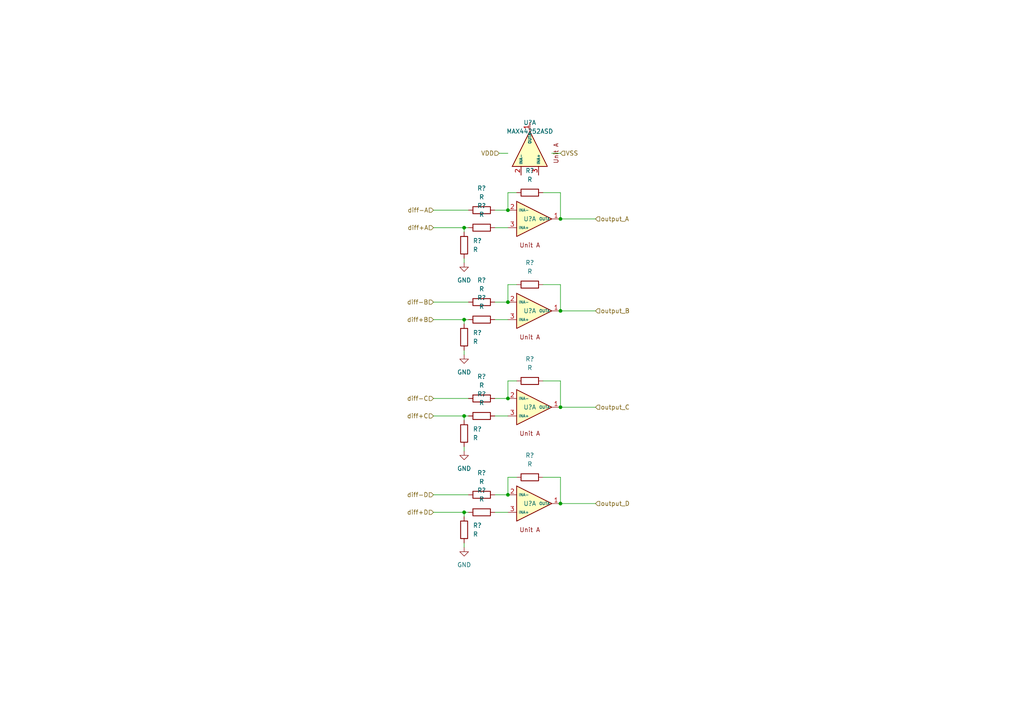
<source format=kicad_sch>
(kicad_sch (version 20210621) (generator eeschema)
  (paper "A4")
  (lib_symbols
    (symbol "Device:R" (pin_numbers hide) (pin_names (offset 0))
      (property "Reference" "R" (at 2.032 0 90))
      (property "Value" "R" (at 0 0 90))
      (symbol "R_0_1"
        (rectangle (start -1.016 -2.54) (end 1.016 2.54) (stroke (width 0.254)))
      )
      (symbol "R_1_1"
        (pin passive line (at 0 3.81 270) (length 1.27) (name "~") (number "1"))
        (pin passive line (at 0 -3.81 90) (length 1.27) (name "~") (number "2"))
      )
    )
    (symbol "MAX44252ASD_Custom:MAX44252ASD"
      (property "Reference" "U" (at 1.905 0 0))
      (property "Value" "MAX44252ASD" (at -11.43 0 0))
      (symbol "MAX44252ASD_1_1"
        (text "Unit A" (at 0 -7.62 0) (effects (font (size 1.27 1.27))))
        (polyline (pts (xy -3.81 5.08) (xy 6.35 0) (xy -3.81 -5.08) (xy -3.81 5.08)) (stroke (width 0.254)) (fill (type background)))
        (pin output line (at 8.89 0 180) (length 2.54) (name "OUTA") (number "1"))
        (pin input line (at -6.35 2.54 0) (length 2.54) (name "INA-") (number "2"))
        (pin input line (at -6.35 -2.54 0) (length 2.54) (name "INA+") (number "3"))
      )
      (symbol "MAX44252ASD_2_1"
        (text "Unit B" (at 0 -7.62 0) (effects (font (size 1.27 1.27))))
        (polyline (pts (xy -3.81 5.08) (xy 6.35 0) (xy -3.81 -5.08) (xy -3.81 5.08)) (stroke (width 0.254)) (fill (type background)))
        (pin input line (at -6.35 -2.54 0) (length 2.54) (name "INB+") (number "5"))
        (pin input line (at -6.35 2.54 0) (length 2.54) (name "INB-") (number "6"))
        (pin output line (at 8.89 0 180) (length 2.54) (name "OUTB") (number "7"))
      )
      (symbol "MAX44252ASD_3_1"
        (text "Unit C" (at 0 -7.62 0) (effects (font (size 1.27 1.27))))
        (polyline (pts (xy -3.81 5.08) (xy 6.35 0) (xy -3.81 -5.08) (xy -3.81 5.08)) (stroke (width 0.254)) (fill (type background)))
        (pin input line (at -6.35 -2.54 0) (length 2.54) (name "INC+") (number "10"))
        (pin output line (at 8.89 0 180) (length 2.54) (name "OUTC") (number "8"))
        (pin input line (at -6.35 2.54 0) (length 2.54) (name "INC-") (number "9"))
      )
      (symbol "MAX44252ASD_4_1"
        (text "Unit D" (at 0 -7.62 0) (effects (font (size 1.27 1.27))))
        (polyline (pts (xy -3.81 5.08) (xy 6.35 0) (xy -3.81 -5.08) (xy -3.81 5.08)) (stroke (width 0.254)) (fill (type background)))
        (pin input line (at -6.35 -2.54 0) (length 2.54) (name "IND+") (number "12"))
        (pin input line (at -6.35 2.54 0) (length 2.54) (name "IND-") (number "13"))
        (pin output line (at 8.89 0 180) (length 2.54) (name "OUTD") (number "14"))
      )
      (symbol "MAX44252ASD_5_1"
        (rectangle (start -3.81 3.81) (end 3.81 -3.81) (stroke (width 0.1524)) (fill (type background)))
        (pin power_in line (at 0 -6.35 90) (length 2.54) (name "VSS") (number "11"))
        (pin power_in line (at 0 6.35 270) (length 2.54) (name "VDD") (number "4"))
      )
    )
    (symbol "power:GND" (power) (pin_names (offset 0))
      (property "Value" "GND" (at 0 -3.81 0))
      (symbol "GND_0_1"
        (polyline (pts (xy 0 0) (xy 0 -1.27) (xy 1.27 -1.27) (xy 0 -2.54) (xy -1.27 -1.27) (xy 0 -1.27)))
      )
      (symbol "GND_1_1"
        (pin power_in line (at 0 0 270) (length 0) hide (name "GND") (number "1"))
      )
    )
  )
  (junction (at 134.62 66.04))
  (junction (at 134.62 92.71))
  (junction (at 134.62 120.65))
  (junction (at 134.62 148.59))
  (junction (at 147.32 60.96))
  (junction (at 147.32 87.63))
  (junction (at 147.32 115.57))
  (junction (at 147.32 143.51))
  (junction (at 162.56 63.5))
  (junction (at 162.56 90.17))
  (junction (at 162.56 118.11))
  (junction (at 162.56 146.05))
  (wire (pts (xy 125.73 60.96) (xy 135.89 60.96)))
  (wire (pts (xy 125.73 66.04) (xy 134.62 66.04)))
  (wire (pts (xy 125.73 87.63) (xy 135.89 87.63)))
  (wire (pts (xy 125.73 92.71) (xy 134.62 92.71)))
  (wire (pts (xy 125.73 115.57) (xy 135.89 115.57)))
  (wire (pts (xy 125.73 120.65) (xy 134.62 120.65)))
  (wire (pts (xy 125.73 143.51) (xy 135.89 143.51)))
  (wire (pts (xy 125.73 148.59) (xy 134.62 148.59)))
  (wire (pts (xy 134.62 66.04) (xy 134.62 67.31)))
  (wire (pts (xy 134.62 66.04) (xy 135.89 66.04)))
  (wire (pts (xy 134.62 74.93) (xy 134.62 76.2)))
  (wire (pts (xy 134.62 92.71) (xy 134.62 93.98)))
  (wire (pts (xy 134.62 92.71) (xy 135.89 92.71)))
  (wire (pts (xy 134.62 101.6) (xy 134.62 102.87)))
  (wire (pts (xy 134.62 120.65) (xy 134.62 121.92)))
  (wire (pts (xy 134.62 120.65) (xy 135.89 120.65)))
  (wire (pts (xy 134.62 129.54) (xy 134.62 130.81)))
  (wire (pts (xy 134.62 148.59) (xy 134.62 149.86)))
  (wire (pts (xy 134.62 148.59) (xy 135.89 148.59)))
  (wire (pts (xy 134.62 157.48) (xy 134.62 158.75)))
  (wire (pts (xy 143.51 60.96) (xy 147.32 60.96)))
  (wire (pts (xy 143.51 66.04) (xy 147.32 66.04)))
  (wire (pts (xy 143.51 87.63) (xy 147.32 87.63)))
  (wire (pts (xy 143.51 92.71) (xy 147.32 92.71)))
  (wire (pts (xy 143.51 115.57) (xy 147.32 115.57)))
  (wire (pts (xy 143.51 120.65) (xy 147.32 120.65)))
  (wire (pts (xy 143.51 143.51) (xy 147.32 143.51)))
  (wire (pts (xy 143.51 148.59) (xy 147.32 148.59)))
  (wire (pts (xy 144.78 44.45) (xy 147.32 44.45)))
  (wire (pts (xy 147.32 55.88) (xy 147.32 60.96)))
  (wire (pts (xy 147.32 82.55) (xy 147.32 87.63)))
  (wire (pts (xy 147.32 110.49) (xy 147.32 115.57)))
  (wire (pts (xy 147.32 138.43) (xy 147.32 143.51)))
  (wire (pts (xy 149.86 55.88) (xy 147.32 55.88)))
  (wire (pts (xy 149.86 82.55) (xy 147.32 82.55)))
  (wire (pts (xy 149.86 110.49) (xy 147.32 110.49)))
  (wire (pts (xy 149.86 138.43) (xy 147.32 138.43)))
  (wire (pts (xy 157.48 55.88) (xy 162.56 55.88)))
  (wire (pts (xy 157.48 82.55) (xy 162.56 82.55)))
  (wire (pts (xy 157.48 110.49) (xy 162.56 110.49)))
  (wire (pts (xy 157.48 138.43) (xy 162.56 138.43)))
  (wire (pts (xy 160.02 44.45) (xy 162.56 44.45)))
  (wire (pts (xy 162.56 55.88) (xy 162.56 63.5)))
  (wire (pts (xy 162.56 63.5) (xy 172.72 63.5)))
  (wire (pts (xy 162.56 82.55) (xy 162.56 90.17)))
  (wire (pts (xy 162.56 90.17) (xy 172.72 90.17)))
  (wire (pts (xy 162.56 110.49) (xy 162.56 118.11)))
  (wire (pts (xy 162.56 118.11) (xy 172.72 118.11)))
  (wire (pts (xy 162.56 138.43) (xy 162.56 146.05)))
  (wire (pts (xy 162.56 146.05) (xy 172.72 146.05)))
  (hierarchical_label "diff-A" (shape input) (at 125.73 60.96 180))
  (hierarchical_label "diff+A" (shape input) (at 125.73 66.04 180))
  (hierarchical_label "diff-B" (shape input) (at 125.73 87.63 180))
  (hierarchical_label "diff+B" (shape input) (at 125.73 92.71 180))
  (hierarchical_label "diff-C" (shape input) (at 125.73 115.57 180))
  (hierarchical_label "diff+C" (shape input) (at 125.73 120.65 180))
  (hierarchical_label "diff-D" (shape input) (at 125.73 143.51 180))
  (hierarchical_label "diff+D" (shape input) (at 125.73 148.59 180))
  (hierarchical_label "VDD" (shape input) (at 144.78 44.45 180))
  (hierarchical_label "VSS" (shape input) (at 162.56 44.45 0))
  (hierarchical_label "output_A" (shape input) (at 172.72 63.5 0))
  (hierarchical_label "output_B" (shape input) (at 172.72 90.17 0))
  (hierarchical_label "output_C" (shape input) (at 172.72 118.11 0))
  (hierarchical_label "output_D" (shape input) (at 172.72 146.05 0))
  (symbol (lib_id "power:GND") (at 134.62 76.2 0)
    (property "Reference" "#PWR?" (effects hide))
    (property "Value" "GND" (at 134.62 81.28 0))
  )
  (symbol (lib_id "power:GND") (at 134.62 102.87 0)
    (property "Reference" "#PWR?" (effects hide))
    (property "Value" "GND" (at 134.62 107.95 0))
  )
  (symbol (lib_id "power:GND") (at 134.62 130.81 0)
    (property "Reference" "#PWR?" (effects hide))
    (property "Value" "GND" (at 134.62 135.89 0))
  )
  (symbol (lib_id "power:GND") (at 134.62 158.75 0)
    (property "Reference" "#PWR?" (effects hide))
    (property "Value" "GND" (at 134.62 163.83 0))
  )
  (symbol (lib_id "Device:R") (at 134.62 71.12 0)
    (property "Reference" "R?" (at 137.16 69.8499 0) (effects (justify left)))
    (property "Value" "R" (at 137.16 72.3899 0) (effects (justify left)))
  )
  (symbol (lib_id "Device:R") (at 134.62 97.79 0)
    (property "Reference" "R?" (at 137.16 96.5199 0) (effects (justify left)))
    (property "Value" "R" (at 137.16 99.0599 0) (effects (justify left)))
  )
  (symbol (lib_id "Device:R") (at 134.62 125.73 0)
    (property "Reference" "R?" (at 137.16 124.4599 0) (effects (justify left)))
    (property "Value" "R" (at 137.16 126.9999 0) (effects (justify left)))
  )
  (symbol (lib_id "Device:R") (at 134.62 153.67 0)
    (property "Reference" "R?" (at 137.16 152.3999 0) (effects (justify left)))
    (property "Value" "R" (at 137.16 154.9399 0) (effects (justify left)))
  )
  (symbol (lib_id "Device:R") (at 139.7 60.96 270)
    (property "Reference" "R?" (at 139.7 54.61 90))
    (property "Value" "R" (at 139.7 57.15 90))
  )
  (symbol (lib_id "Device:R") (at 139.7 66.04 270)
    (property "Reference" "R?" (at 139.7 59.69 90))
    (property "Value" "R" (at 139.7 62.23 90))
  )
  (symbol (lib_id "Device:R") (at 139.7 87.63 270)
    (property "Reference" "R?" (at 139.7 81.28 90))
    (property "Value" "R" (at 139.7 83.82 90))
  )
  (symbol (lib_id "Device:R") (at 139.7 92.71 270)
    (property "Reference" "R?" (at 139.7 86.36 90))
    (property "Value" "R" (at 139.7 88.9 90))
  )
  (symbol (lib_id "Device:R") (at 139.7 115.57 270)
    (property "Reference" "R?" (at 139.7 109.22 90))
    (property "Value" "R" (at 139.7 111.76 90))
  )
  (symbol (lib_id "Device:R") (at 139.7 120.65 270)
    (property "Reference" "R?" (at 139.7 114.3 90))
    (property "Value" "R" (at 139.7 116.84 90))
  )
  (symbol (lib_id "Device:R") (at 139.7 143.51 270)
    (property "Reference" "R?" (at 139.7 137.16 90))
    (property "Value" "R" (at 139.7 139.7 90))
  )
  (symbol (lib_id "Device:R") (at 139.7 148.59 270)
    (property "Reference" "R?" (at 139.7 142.24 90))
    (property "Value" "R" (at 139.7 144.78 90))
  )
  (symbol (lib_id "Device:R") (at 153.67 55.88 270)
    (property "Reference" "R?" (at 153.67 49.53 90))
    (property "Value" "R" (at 153.67 52.07 90))
  )
  (symbol (lib_id "Device:R") (at 153.67 82.55 270)
    (property "Reference" "R?" (at 153.67 76.2 90))
    (property "Value" "R" (at 153.67 78.74 90))
  )
  (symbol (lib_id "Device:R") (at 153.67 110.49 270)
    (property "Reference" "R?" (at 153.67 104.14 90))
    (property "Value" "R" (at 153.67 106.68 90))
  )
  (symbol (lib_id "Device:R") (at 153.67 138.43 270)
    (property "Reference" "R?" (at 153.67 132.08 90))
    (property "Value" "R" (at 153.67 134.62 90))
  )
  (symbol (lib_id "MAX44252ASD_Custom:MAX44252ASD") (at 153.67 44.45 90)
    (property "Reference" "U?" (at 153.67 35.56 90))
    (property "Value" "MAX44252ASD" (at 153.67 38.1 90))
  )
  (symbol (lib_id "MAX44252ASD_Custom:MAX44252ASD") (at 153.67 63.5 0)
    (property "Reference" "U?" (at 153.67 63.5 0))
    (property "Value" "MAX44252ASD" (effects hide))
  )
  (symbol (lib_id "MAX44252ASD_Custom:MAX44252ASD") (at 153.67 90.17 0)
    (property "Reference" "U?" (at 153.67 90.17 0))
    (property "Value" "MAX44252ASD" (effects hide))
  )
  (symbol (lib_id "MAX44252ASD_Custom:MAX44252ASD") (at 153.67 118.11 0)
    (property "Reference" "U?" (at 153.67 118.11 0))
    (property "Value" "MAX44252ASD" (effects hide))
  )
  (symbol (lib_id "MAX44252ASD_Custom:MAX44252ASD") (at 153.67 146.05 0)
    (property "Reference" "U?" (at 153.67 146.05 0))
    (property "Value" "MAX44252ASD" (effects hide))
  )
)
</source>
